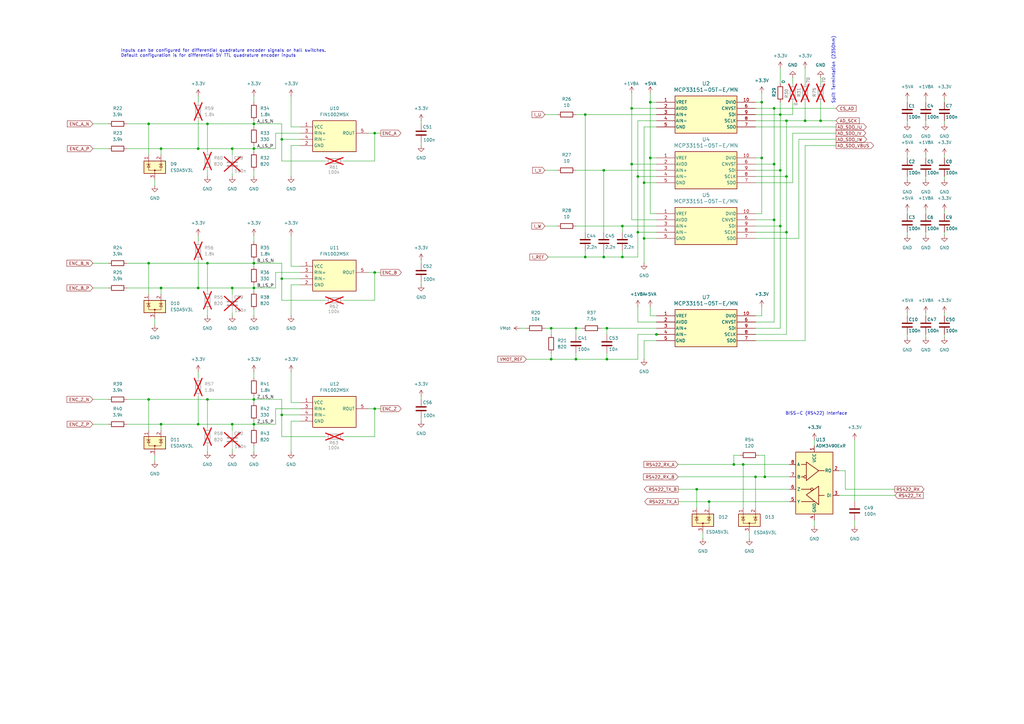
<source format=kicad_sch>
(kicad_sch (version 20250114) (generator "eeschema") (generator_version "9.0")
  (paper "A3")
  (title_block (title "ECMD7 Feedback") (date "2025-10-01") (rev "0,0"))
  (text "BISS-C (RS422) Interface" (at 322.072 169.672 0) (effects (font (size 1.27 1.27)) (justify left)))
  (text "Split Termintation (235Ohm)" (at 341.884 28.702 90) (effects (font (size 1.27 1.27))))
  (text "Inputs can be configured for differential quadrature encoder signals or hall switches.\nDefault configuration is for differential 5V TTL quadrature encoder inputs" (at 49.53 21.844 0) (effects (font (size 1.27 1.27)) (justify left)))
  (junction (at 240.03 46.99))
  (junction (at 261.62 72.39))
  (junction (at 85.09 107.95))
  (junction (at 115.57 170.18))
  (junction (at 95.25 118.11))
  (junction (at 81.28 173.99))
  (junction (at 264.16 97.79))
  (junction (at 259.08 67.31))
  (junction (at 95.25 60.96))
  (junction (at 317.5 90.17))
  (junction (at 320.04 92.71))
  (junction (at 248.92 147.32))
  (junction (at 317.5 67.31))
  (junction (at 266.7 64.77))
  (junction (at 255.27 92.71))
  (junction (at 104.14 107.95))
  (junction (at 104.14 173.99))
  (junction (at 269.24 137.16))
  (junction (at 104.14 118.11))
  (junction (at 85.09 163.83))
  (junction (at 290.83 205.74))
  (junction (at 304.8 190.5))
  (junction (at 312.42 64.77))
  (junction (at 236.22 134.62))
  (junction (at 264.16 74.93))
  (junction (at 95.25 173.99))
  (junction (at 85.09 50.8))
  (junction (at 115.57 57.15))
  (junction (at 240.03 105.41))
  (junction (at 322.58 49.53))
  (junction (at 322.58 72.39))
  (junction (at 115.57 114.3))
  (junction (at 259.08 44.45))
  (junction (at 266.7 41.91))
  (junction (at 153.67 167.64))
  (junction (at 66.04 118.11))
  (junction (at 317.5 44.45))
  (junction (at 320.04 46.99))
  (junction (at 320.04 69.85))
  (junction (at 104.14 163.83))
  (junction (at 312.42 41.91))
  (junction (at 81.28 60.96))
  (junction (at 236.22 147.32))
  (junction (at 309.88 195.58))
  (junction (at 60.96 50.8))
  (junction (at 322.58 95.25))
  (junction (at 153.67 111.76))
  (junction (at 104.14 50.8))
  (junction (at 66.04 173.99))
  (junction (at 226.06 147.32))
  (junction (at 255.27 105.41))
  (junction (at 300.99 190.5))
  (junction (at 153.67 54.61))
  (junction (at 248.92 134.62))
  (junction (at 81.28 118.11))
  (junction (at 60.96 107.95))
  (junction (at 336.55 49.53))
  (junction (at 285.75 200.66))
  (junction (at 330.2 49.53))
  (junction (at 313.69 195.58))
  (junction (at 104.14 60.96))
  (junction (at 247.65 69.85))
  (junction (at 226.06 134.62))
  (junction (at 66.04 60.96))
  (junction (at 261.62 95.25))
  (junction (at 247.65 105.41))
  (junction (at 60.96 163.83))
  (wire (pts (xy 269.24 137.16) (xy 261.62 137.16)))
  (wire (pts (xy 123.19 114.3) (xy 115.57 114.3)))
  (wire (pts (xy 66.04 60.96) (xy 81.28 60.96)))
  (wire (pts (xy 309.88 87.63) (xy 312.42 87.63)))
  (wire (pts (xy 269.24 92.71) (xy 255.27 92.71)))
  (wire (pts (xy 113.03 111.76) (xy 113.03 118.11)))
  (wire (pts (xy 261.62 105.41) (xy 261.62 95.25)))
  (wire (pts (xy 123.19 116.84) (xy 119.38 116.84)))
  (wire (pts (xy 226.06 134.62) (xy 226.06 137.16)))
  (wire (pts (xy 261.62 72.39) (xy 269.24 72.39)))
  (wire (pts (xy 104.14 96.52) (xy 104.14 99.06)))
  (wire (pts (xy 95.25 60.96) (xy 104.14 60.96)))
  (wire (pts (xy 379.73 95.25) (xy 379.73 96.52)))
  (wire (pts (xy 113.03 60.96) (xy 104.14 60.96)))
  (wire (pts (xy 81.28 96.52) (xy 81.28 99.06)))
  (wire (pts (xy 123.19 57.15) (xy 115.57 57.15)))
  (wire (pts (xy 104.14 50.8) (xy 104.14 52.07)))
  (wire (pts (xy 309.88 41.91) (xy 312.42 41.91)))
  (wire (pts (xy 387.35 49.53) (xy 387.35 50.8)))
  (wire (pts (xy 104.14 39.37) (xy 104.14 41.91)))
  (wire (pts (xy 290.83 205.74) (xy 290.83 208.28)))
  (wire (pts (xy 247.65 102.87) (xy 247.65 105.41)))
  (wire (pts (xy 261.62 147.32) (xy 248.92 147.32)))
  (wire (pts (xy 224.79 105.41) (xy 240.03 105.41)))
  (wire (pts (xy 261.62 137.16) (xy 261.62 147.32)))
  (wire (pts (xy 63.5 73.66) (xy 63.5 76.2)))
  (wire (pts (xy 151.13 167.64) (xy 153.67 167.64)))
  (wire (pts (xy 387.35 95.25) (xy 387.35 96.52)))
  (wire (pts (xy 140.97 123.19) (xy 153.67 123.19)))
  (wire (pts (xy 104.14 127) (xy 104.14 129.54)))
  (wire (pts (xy 372.11 128.27) (xy 372.11 129.54)))
  (wire (pts (xy 334.01 213.36) (xy 334.01 215.9)))
  (wire (pts (xy 261.62 49.53) (xy 261.62 72.39)))
  (wire (pts (xy 264.16 97.79) (xy 269.24 97.79)))
  (wire (pts (xy 85.09 69.85) (xy 85.09 72.39)))
  (wire (pts (xy 123.19 52.07) (xy 119.38 52.07)))
  (wire (pts (xy 264.16 97.79) (xy 264.16 107.95)))
  (wire (pts (xy 115.57 114.3) (xy 115.57 107.95)))
  (wire (pts (xy 60.96 163.83) (xy 85.09 163.83)))
  (wire (pts (xy 81.28 49.53) (xy 81.28 60.96)))
  (wire (pts (xy 153.67 167.64) (xy 153.67 179.07)))
  (wire (pts (xy 307.34 218.44) (xy 307.34 220.98)))
  (wire (pts (xy 325.12 46.99) (xy 320.04 46.99)))
  (wire (pts (xy 104.14 162.56) (xy 104.14 163.83)))
  (wire (pts (xy 119.38 152.4) (xy 119.38 165.1)))
  (wire (pts (xy 85.09 163.83) (xy 104.14 163.83)))
  (wire (pts (xy 372.11 49.53) (xy 372.11 50.8)))
  (wire (pts (xy 309.88 134.62) (xy 320.04 134.62)))
  (wire (pts (xy 309.88 195.58) (xy 309.88 208.28)))
  (wire (pts (xy 115.57 66.04) (xy 115.57 57.15)))
  (wire (pts (xy 269.24 49.53) (xy 261.62 49.53)))
  (wire (pts (xy 261.62 72.39) (xy 261.62 95.25)))
  (wire (pts (xy 320.04 92.71) (xy 320.04 69.85)))
  (wire (pts (xy 247.65 69.85) (xy 247.65 95.25)))
  (wire (pts (xy 240.03 46.99) (xy 240.03 95.25)))
  (wire (pts (xy 248.92 144.78) (xy 248.92 147.32)))
  (wire (pts (xy 288.29 218.44) (xy 288.29 220.98)))
  (wire (pts (xy 153.67 111.76) (xy 151.13 111.76)))
  (wire (pts (xy 115.57 123.19) (xy 115.57 114.3)))
  (wire (pts (xy 60.96 107.95) (xy 85.09 107.95)))
  (wire (pts (xy 325.12 41.91) (xy 325.12 46.99)))
  (wire (pts (xy 60.96 50.8) (xy 60.96 63.5)))
  (wire (pts (xy 85.09 127) (xy 85.09 129.54)))
  (wire (pts (xy 379.73 40.64) (xy 379.73 41.91)))
  (wire (pts (xy 379.73 72.39) (xy 379.73 73.66)))
  (wire (pts (xy 248.92 134.62) (xy 248.92 137.16)))
  (wire (pts (xy 119.38 96.52) (xy 119.38 109.22)))
  (wire (pts (xy 52.07 107.95) (xy 60.96 107.95)))
  (wire (pts (xy 309.88 139.7) (xy 330.2 139.7)))
  (wire (pts (xy 322.58 49.53) (xy 330.2 49.53)))
  (wire (pts (xy 104.14 69.85) (xy 104.14 72.39)))
  (wire (pts (xy 379.73 86.36) (xy 379.73 87.63)))
  (wire (pts (xy 387.35 40.64) (xy 387.35 41.91)))
  (wire (pts (xy 303.53 186.69) (xy 300.99 186.69)))
  (wire (pts (xy 85.09 182.88) (xy 85.09 185.42)))
  (wire (pts (xy 330.2 27.94) (xy 330.2 34.29)))
  (wire (pts (xy 255.27 92.71) (xy 255.27 95.25)))
  (wire (pts (xy 60.96 163.83) (xy 60.96 176.53)))
  (wire (pts (xy 379.73 49.53) (xy 379.73 50.8)))
  (wire (pts (xy 379.73 128.27) (xy 379.73 129.54)))
  (wire (pts (xy 270.51 137.16) (xy 269.24 137.16)))
  (wire (pts (xy 66.04 176.53) (xy 66.04 173.99)))
  (wire (pts (xy 81.28 162.56) (xy 81.28 173.99)))
  (wire (pts (xy 156.21 167.64) (xy 153.67 167.64)))
  (wire (pts (xy 387.35 137.16) (xy 387.35 138.43)))
  (wire (pts (xy 320.04 46.99) (xy 309.88 46.99)))
  (wire (pts (xy 372.11 63.5) (xy 372.11 64.77)))
  (wire (pts (xy 379.73 63.5) (xy 379.73 64.77)))
  (wire (pts (xy 123.19 111.76) (xy 113.03 111.76)))
  (wire (pts (xy 104.14 163.83) (xy 115.57 163.83)))
  (wire (pts (xy 387.35 86.36) (xy 387.35 87.63)))
  (wire (pts (xy 330.2 41.91) (xy 330.2 49.53)))
  (wire (pts (xy 95.25 118.11) (xy 95.25 120.65)))
  (wire (pts (xy 300.99 190.5) (xy 304.8 190.5)))
  (wire (pts (xy 104.14 60.96) (xy 104.14 62.23)))
  (wire (pts (xy 119.38 116.84) (xy 119.38 129.54)))
  (wire (pts (xy 259.08 44.45) (xy 269.24 44.45)))
  (wire (pts (xy 236.22 134.62) (xy 226.06 134.62)))
  (wire (pts (xy 123.19 109.22) (xy 119.38 109.22)))
  (wire (pts (xy 133.35 66.04) (xy 115.57 66.04)))
  (wire (pts (xy 172.72 49.53) (xy 172.72 50.8)))
  (wire (pts (xy 266.7 64.77) (xy 266.7 87.63)))
  (wire (pts (xy 172.72 106.68) (xy 172.72 107.95)))
  (wire (pts (xy 153.67 66.04) (xy 153.67 54.61)))
  (wire (pts (xy 269.24 52.07) (xy 264.16 52.07)))
  (wire (pts (xy 320.04 27.94) (xy 320.04 34.29)))
  (wire (pts (xy 223.52 46.99) (xy 228.6 46.99)))
  (wire (pts (xy 115.57 57.15) (xy 115.57 50.8)))
  (wire (pts (xy 309.88 92.71) (xy 320.04 92.71)))
  (wire (pts (xy 223.52 92.71) (xy 228.6 92.71)))
  (wire (pts (xy 172.72 115.57) (xy 172.72 116.84)))
  (wire (pts (xy 153.67 123.19) (xy 153.67 111.76)))
  (wire (pts (xy 278.13 195.58) (xy 309.88 195.58)))
  (wire (pts (xy 322.58 72.39) (xy 322.58 49.53)))
  (wire (pts (xy 278.13 205.74) (xy 290.83 205.74)))
  (wire (pts (xy 330.2 59.69) (xy 342.9 59.69)))
  (wire (pts (xy 52.07 60.96) (xy 66.04 60.96)))
  (wire (pts (xy 309.88 52.07) (xy 342.9 52.07)))
  (wire (pts (xy 85.09 163.83) (xy 85.09 175.26)))
  (wire (pts (xy 38.1 163.83) (xy 44.45 163.83)))
  (wire (pts (xy 104.14 182.88) (xy 104.14 185.42)))
  (wire (pts (xy 66.04 118.11) (xy 81.28 118.11)))
  (wire (pts (xy 327.66 57.15) (xy 342.9 57.15)))
  (wire (pts (xy 66.04 63.5) (xy 66.04 60.96)))
  (wire (pts (xy 81.28 173.99) (xy 95.25 173.99)))
  (wire (pts (xy 38.1 60.96) (xy 44.45 60.96)))
  (wire (pts (xy 312.42 41.91) (xy 312.42 64.77)))
  (wire (pts (xy 266.7 41.91) (xy 269.24 41.91)))
  (wire (pts (xy 317.5 90.17) (xy 309.88 90.17)))
  (wire (pts (xy 115.57 179.07) (xy 115.57 170.18)))
  (wire (pts (xy 300.99 186.69) (xy 300.99 190.5)))
  (wire (pts (xy 63.5 130.81) (xy 63.5 133.35)))
  (wire (pts (xy 330.2 139.7) (xy 330.2 59.69)))
  (wire (pts (xy 38.1 107.95) (xy 44.45 107.95)))
  (wire (pts (xy 226.06 147.32) (xy 236.22 147.32)))
  (wire (pts (xy 259.08 44.45) (xy 259.08 67.31)))
  (wire (pts (xy 215.9 134.62) (xy 213.36 134.62)))
  (wire (pts (xy 336.55 41.91) (xy 336.55 49.53)))
  (wire (pts (xy 312.42 38.1) (xy 312.42 41.91)))
  (wire (pts (xy 264.16 74.93) (xy 264.16 97.79)))
  (wire (pts (xy 266.7 64.77) (xy 269.24 64.77)))
  (wire (pts (xy 309.88 44.45) (xy 317.5 44.45)))
  (wire (pts (xy 290.83 205.74) (xy 323.85 205.74)))
  (wire (pts (xy 372.11 40.64) (xy 372.11 41.91)))
  (wire (pts (xy 313.69 186.69) (xy 313.69 195.58)))
  (wire (pts (xy 95.25 60.96) (xy 95.25 63.5)))
  (wire (pts (xy 247.65 105.41) (xy 255.27 105.41)))
  (wire (pts (xy 387.35 128.27) (xy 387.35 129.54)))
  (wire (pts (xy 264.16 52.07) (xy 264.16 74.93)))
  (wire (pts (xy 264.16 74.93) (xy 269.24 74.93)))
  (wire (pts (xy 309.88 129.54) (xy 312.42 129.54)))
  (wire (pts (xy 52.07 173.99) (xy 66.04 173.99)))
  (wire (pts (xy 285.75 200.66) (xy 285.75 208.28)))
  (wire (pts (xy 140.97 179.07) (xy 153.67 179.07)))
  (wire (pts (xy 261.62 95.25) (xy 269.24 95.25)))
  (wire (pts (xy 248.92 134.62) (xy 269.24 134.62)))
  (wire (pts (xy 336.55 31.75) (xy 336.55 34.29)))
  (wire (pts (xy 113.03 54.61) (xy 113.03 60.96)))
  (wire (pts (xy 81.28 118.11) (xy 95.25 118.11)))
  (wire (pts (xy 38.1 173.99) (xy 44.45 173.99)))
  (wire (pts (xy 81.28 39.37) (xy 81.28 41.91)))
  (wire (pts (xy 81.28 60.96) (xy 95.25 60.96)))
  (wire (pts (xy 81.28 152.4) (xy 81.28 154.94)))
  (wire (pts (xy 309.88 97.79) (xy 327.66 97.79)))
  (wire (pts (xy 104.14 173.99) (xy 104.14 175.26)))
  (wire (pts (xy 104.14 172.72) (xy 104.14 173.99)))
  (wire (pts (xy 285.75 200.66) (xy 323.85 200.66)))
  (wire (pts (xy 236.22 46.99) (xy 240.03 46.99)))
  (wire (pts (xy 119.38 39.37) (xy 119.38 52.07)))
  (wire (pts (xy 66.04 173.99) (xy 81.28 173.99)))
  (wire (pts (xy 223.52 134.62) (xy 226.06 134.62)))
  (wire (pts (xy 104.14 107.95) (xy 115.57 107.95)))
  (wire (pts (xy 327.66 97.79) (xy 327.66 57.15)))
  (wire (pts (xy 95.25 128.27) (xy 95.25 129.54)))
  (wire (pts (xy 344.17 203.2) (xy 367.03 203.2)))
  (wire (pts (xy 81.28 106.68) (xy 81.28 118.11)))
  (wire (pts (xy 104.14 152.4) (xy 104.14 154.94)))
  (wire (pts (xy 264.16 139.7) (xy 269.24 139.7)))
  (wire (pts (xy 330.2 49.53) (xy 336.55 49.53)))
  (wire (pts (xy 123.19 165.1) (xy 119.38 165.1)))
  (wire (pts (xy 153.67 54.61) (xy 151.13 54.61)))
  (wire (pts (xy 309.88 72.39) (xy 322.58 72.39)))
  (wire (pts (xy 309.88 67.31) (xy 317.5 67.31)))
  (wire (pts (xy 264.16 139.7) (xy 264.16 147.32)))
  (wire (pts (xy 95.25 71.12) (xy 95.25 72.39)))
  (wire (pts (xy 85.09 107.95) (xy 85.09 119.38)))
  (wire (pts (xy 223.52 69.85) (xy 228.6 69.85)))
  (wire (pts (xy 113.03 118.11) (xy 104.14 118.11)))
  (wire (pts (xy 240.03 46.99) (xy 269.24 46.99)))
  (wire (pts (xy 236.22 134.62) (xy 236.22 137.16)))
  (wire (pts (xy 255.27 105.41) (xy 261.62 105.41)))
  (wire (pts (xy 63.5 186.69) (xy 63.5 189.23)))
  (wire (pts (xy 346.71 193.04) (xy 344.17 193.04)))
  (wire (pts (xy 309.88 95.25) (xy 322.58 95.25)))
  (wire (pts (xy 104.14 50.8) (xy 115.57 50.8)))
  (wire (pts (xy 313.69 195.58) (xy 323.85 195.58)))
  (wire (pts (xy 38.1 50.8) (xy 44.45 50.8)))
  (wire (pts (xy 104.14 49.53) (xy 104.14 50.8)))
  (wire (pts (xy 320.04 69.85) (xy 320.04 46.99)))
  (wire (pts (xy 311.15 186.69) (xy 313.69 186.69)))
  (wire (pts (xy 309.88 64.77) (xy 312.42 64.77)))
  (wire (pts (xy 60.96 50.8) (xy 85.09 50.8)))
  (wire (pts (xy 123.19 170.18) (xy 115.57 170.18)))
  (wire (pts (xy 309.88 195.58) (xy 313.69 195.58)))
  (wire (pts (xy 119.38 59.69) (xy 119.38 72.39)))
  (wire (pts (xy 247.65 69.85) (xy 269.24 69.85)))
  (wire (pts (xy 269.24 87.63) (xy 266.7 87.63)))
  (wire (pts (xy 38.1 118.11) (xy 44.45 118.11)))
  (wire (pts (xy 309.88 74.93) (xy 325.12 74.93)))
  (wire (pts (xy 123.19 167.64) (xy 113.03 167.64)))
  (wire (pts (xy 261.62 125.73) (xy 261.62 132.08)))
  (wire (pts (xy 320.04 41.91) (xy 320.04 46.99)))
  (wire (pts (xy 104.14 59.69) (xy 104.14 60.96)))
  (wire (pts (xy 336.55 49.53) (xy 342.9 49.53)))
  (wire (pts (xy 52.07 163.83) (xy 60.96 163.83)))
  (wire (pts (xy 350.52 180.34) (xy 350.52 205.74)))
  (wire (pts (xy 95.25 173.99) (xy 104.14 173.99)))
  (wire (pts (xy 104.14 118.11) (xy 104.14 119.38)))
  (wire (pts (xy 240.03 102.87) (xy 240.03 105.41)))
  (wire (pts (xy 236.22 92.71) (xy 255.27 92.71)))
  (wire (pts (xy 259.08 38.1) (xy 259.08 44.45)))
  (wire (pts (xy 325.12 34.29) (xy 325.12 31.75)))
  (wire (pts (xy 278.13 190.5) (xy 300.99 190.5)))
  (wire (pts (xy 52.07 118.11) (xy 66.04 118.11)))
  (wire (pts (xy 304.8 190.5) (xy 304.8 208.28)))
  (wire (pts (xy 317.5 44.45) (xy 342.9 44.45)))
  (wire (pts (xy 317.5 67.31) (xy 317.5 90.17)))
  (wire (pts (xy 140.97 66.04) (xy 153.67 66.04)))
  (wire (pts (xy 278.13 200.66) (xy 285.75 200.66)))
  (wire (pts (xy 95.25 184.15) (xy 95.25 185.42)))
  (wire (pts (xy 379.73 137.16) (xy 379.73 138.43)))
  (wire (pts (xy 104.14 107.95) (xy 104.14 109.22)))
  (wire (pts (xy 113.03 173.99) (xy 104.14 173.99)))
  (wire (pts (xy 156.21 111.76) (xy 153.67 111.76)))
  (wire (pts (xy 266.7 125.73) (xy 266.7 129.54)))
  (wire (pts (xy 259.08 67.31) (xy 259.08 90.17)))
  (wire (pts (xy 119.38 172.72) (xy 119.38 185.42)))
  (wire (pts (xy 172.72 58.42) (xy 172.72 59.69)))
  (wire (pts (xy 322.58 137.16) (xy 322.58 95.25)))
  (wire (pts (xy 172.72 162.56) (xy 172.72 163.83)))
  (wire (pts (xy 350.52 213.36) (xy 350.52 215.9)))
  (wire (pts (xy 261.62 132.08) (xy 269.24 132.08)))
  (wire (pts (xy 387.35 63.5) (xy 387.35 64.77)))
  (wire (pts (xy 215.9 147.32) (xy 226.06 147.32)))
  (wire (pts (xy 95.25 118.11) (xy 104.14 118.11)))
  (wire (pts (xy 304.8 190.5) (xy 323.85 190.5)))
  (wire (pts (xy 133.35 123.19) (xy 115.57 123.19)))
  (wire (pts (xy 123.19 172.72) (xy 119.38 172.72)))
  (wire (pts (xy 52.07 50.8) (xy 60.96 50.8)))
  (wire (pts (xy 238.76 134.62) (xy 236.22 134.62)))
  (wire (pts (xy 85.09 50.8) (xy 85.09 62.23)))
  (wire (pts (xy 236.22 147.32) (xy 248.92 147.32)))
  (wire (pts (xy 236.22 69.85) (xy 247.65 69.85)))
  (wire (pts (xy 123.19 59.69) (xy 119.38 59.69)))
  (wire (pts (xy 60.96 107.95) (xy 60.96 120.65)))
  (wire (pts (xy 372.11 86.36) (xy 372.11 87.63)))
  (wire (pts (xy 104.14 116.84) (xy 104.14 118.11)))
  (wire (pts (xy 66.04 120.65) (xy 66.04 118.11)))
  (wire (pts (xy 95.25 173.99) (xy 95.25 176.53)))
  (wire (pts (xy 236.22 144.78) (xy 236.22 147.32)))
  (wire (pts (xy 309.88 69.85) (xy 320.04 69.85)))
  (wire (pts (xy 317.5 44.45) (xy 317.5 67.31)))
  (wire (pts (xy 266.7 41.91) (xy 266.7 64.77)))
  (wire (pts (xy 172.72 171.45) (xy 172.72 172.72)))
  (wire (pts (xy 156.21 54.61) (xy 153.67 54.61)))
  (wire (pts (xy 322.58 49.53) (xy 309.88 49.53)))
  (wire (pts (xy 133.35 179.07) (xy 115.57 179.07)))
  (wire (pts (xy 104.14 163.83) (xy 104.14 165.1)))
  (wire (pts (xy 312.42 129.54) (xy 312.42 125.73)))
  (wire (pts (xy 334.01 180.34) (xy 334.01 182.88)))
  (wire (pts (xy 325.12 74.93) (xy 325.12 54.61)))
  (wire (pts (xy 104.14 106.68) (xy 104.14 107.95)))
  (wire (pts (xy 85.09 50.8) (xy 104.14 50.8)))
  (wire (pts (xy 269.24 90.17) (xy 259.08 90.17)))
  (wire (pts (xy 240.03 105.41) (xy 247.65 105.41)))
  (wire (pts (xy 246.38 134.62) (xy 248.92 134.62)))
  (wire (pts (xy 113.03 167.64) (xy 113.03 173.99)))
  (wire (pts (xy 372.11 137.16) (xy 372.11 138.43)))
  (wire (pts (xy 309.88 132.08) (xy 317.5 132.08)))
  (wire (pts (xy 85.09 107.95) (xy 104.14 107.95)))
  (wire (pts (xy 346.71 200.66) (xy 346.71 193.04)))
  (wire (pts (xy 372.11 72.39) (xy 372.11 73.66)))
  (wire (pts (xy 322.58 95.25) (xy 322.58 72.39)))
  (wire (pts (xy 259.08 67.31) (xy 269.24 67.31)))
  (wire (pts (xy 317.5 132.08) (xy 317.5 90.17)))
  (wire (pts (xy 255.27 102.87) (xy 255.27 105.41)))
  (wire (pts (xy 309.88 137.16) (xy 322.58 137.16)))
  (wire (pts (xy 320.04 134.62) (xy 320.04 92.71)))
  (wire (pts (xy 123.19 54.61) (xy 113.03 54.61)))
  (wire (pts (xy 226.06 147.32) (xy 226.06 144.78)))
  (wire (pts (xy 312.42 64.77) (xy 312.42 87.63)))
  (wire (pts (xy 372.11 95.25) (xy 372.11 96.52)))
  (wire (pts (xy 115.57 170.18) (xy 115.57 163.83)))
  (wire (pts (xy 387.35 72.39) (xy 387.35 73.66)))
  (wire (pts (xy 266.7 129.54) (xy 269.24 129.54)))
  (wire (pts (xy 325.12 54.61) (xy 342.9 54.61)))
  (wire (pts (xy 367.03 200.66) (xy 346.71 200.66)))
  (wire (pts (xy 266.7 41.91) (xy 266.7 38.1)))
  (label "Z_LS_N" (at 105.41 163.83 0))
  (label "A_LS_P" (at 105.41 60.96 0))
  (label "B_LS_N" (at 105.41 107.95 0))
  (label "B_LS_P" (at 105.41 118.11 0))
  (label "A_LS_N" (at 105.41 50.8 0))
  (label "Z_LS_P" (at 105.41 173.99 0))
  (global_label "ENC_B_P" (shape input) (at 38.1 118.11 180) (property "Intersheetrefs" "${INTERSHEET_REFS}" (effects (hide yes))))
  (global_label "ENC_Z_N" (shape input) (at 38.1 163.83 180) (property "Intersheetrefs" "${INTERSHEET_REFS}" (effects (hide yes))))
  (global_label "ENC_Z_P" (shape input) (at 38.1 173.99 180) (property "Intersheetrefs" "${INTERSHEET_REFS}" (effects (hide yes))))
  (global_label "ENC_B_N" (shape input) (at 38.1 107.95 180) (property "Intersheetrefs" "${INTERSHEET_REFS}" (effects (hide yes))))
  (global_label "ENC_A_P" (shape input) (at 38.1 60.96 180) (property "Intersheetrefs" "${INTERSHEET_REFS}" (effects (hide yes))))
  (global_label "ENC_A_N" (shape input) (at 38.1 50.8 180) (property "Intersheetrefs" "${INTERSHEET_REFS}" (effects (hide yes))))
  (global_label "RS422_RX" (shape output) (at 367.03 200.66 0) (property "Intersheetrefs" "${INTERSHEET_REFS}" (effects (hide yes))))
  (global_label "RS422_TX" (shape input) (at 367.03 203.2 0) (property "Intersheetrefs" "${INTERSHEET_REFS}" (effects (hide yes))))
  (global_label "AD_SDO_VBUS" (shape output) (at 342.9 59.69 0) (property "Intersheetrefs" "${INTERSHEET_REFS}" (effects (hide yes))))
  (global_label "ENC_A" (shape output) (at 156.21 54.61 0) (property "Intersheetrefs" "${INTERSHEET_REFS}" (effects (hide yes))))
  (global_label "ENC_Z" (shape output) (at 156.21 167.64 0) (property "Intersheetrefs" "${INTERSHEET_REFS}" (effects (hide yes))))
  (global_label "ENC_B" (shape output) (at 156.21 111.76 0) (property "Intersheetrefs" "${INTERSHEET_REFS}" (effects (hide yes))))
  (global_label "AD_SCK" (shape input) (at 342.9 49.53 0) (property "Intersheetrefs" "${INTERSHEET_REFS}" (effects (hide yes))))
  (global_label "AD_SDO_IW" (shape output) (at 342.9 57.15 0) (property "Intersheetrefs" "${INTERSHEET_REFS}" (effects (hide yes))))
  (global_label "CS_AD" (shape input) (at 342.9 44.45 0) (property "Intersheetrefs" "${INTERSHEET_REFS}" (effects (hide yes))))
  (global_label "AD_SDO_IV" (shape output) (at 342.9 54.61 0) (property "Intersheetrefs" "${INTERSHEET_REFS}" (effects (hide yes))))
  (global_label "AD_SDO_IU" (shape output) (at 342.9 52.07 0) (property "Intersheetrefs" "${INTERSHEET_REFS}" (effects (hide yes))))
  (global_label "RS422_TX_B" (shape output) (at 278.13 200.66 180) (property "Intersheetrefs" "${INTERSHEET_REFS}" (effects (hide yes))))
  (global_label "RS422_TX_A" (shape output) (at 278.13 205.74 180) (property "Intersheetrefs" "${INTERSHEET_REFS}" (effects (hide yes))))
  (global_label "RS422_RX_A" (shape input) (at 278.13 190.5 180) (property "Intersheetrefs" "${INTERSHEET_REFS}" (effects (hide yes))))
  (global_label "RS422_RX_B" (shape input) (at 278.13 195.58 180) (property "Intersheetrefs" "${INTERSHEET_REFS}" (effects (hide yes))))
  (global_label "VMOT_REF" (shape input) (at 215.9 147.32 180) (property "Intersheetrefs" "${INTERSHEET_REFS}" (effects (hide yes))))
  (global_label "I_REF" (shape input) (at 224.79 105.41 180) (property "Intersheetrefs" "${INTERSHEET_REFS}" (effects (hide yes))))
  (global_label "I_U" (shape input) (at 223.52 46.99 180) (property "Intersheetrefs" "${INTERSHEET_REFS}" (effects (hide yes))))
  (global_label "I_V" (shape input) (at 223.52 69.85 180) (property "Intersheetrefs" "${INTERSHEET_REFS}" (effects (hide yes))))
  (global_label "I_W" (shape input) (at 223.52 92.71 180) (property "Intersheetrefs" "${INTERSHEET_REFS}" (effects (hide yes))))
  (symbol (lib_id "power:+5VA") (at 213.36 134.62 90) (unit 1)
    (property "Reference" "#PWR0102" (effects (hide yes)))
    (property "Value" "VMot" (at 209.55 134.6199 90) (effects (justify left)))
    (property "Description" "Power symbol creates a global label with name \"+5VA\"" (effects (hide yes)))
  )
  (symbol (lib_id "power:+3.3V") (at 119.38 39.37 0) (unit 1)
    (property "Reference" "#PWR063" (effects (hide yes)))
    (property "Value" "+3.3V" (at 119.38 34.29 0))
    (property "Description" "Power symbol creates a global label with name \"+3.3V\"" (effects (hide yes)))
  )
  (symbol (lib_id "power:GND") (at 350.52 215.9 0) (mirror y) (unit 1)
    (property "Reference" "#PWR0151" (effects (hide yes)))
    (property "Value" "GND" (at 350.52 220.98 0))
    (property "Description" "Power symbol creates a global label with name \"GND\" , ground" (effects (hide yes)))
  )
  (symbol (lib_id "Device:R") (at 232.41 92.71 90) (unit 1)
    (property "Reference" "R28" (at 232.41 86.36 90))
    (property "Value" "10" (at 232.41 88.9 90))
    (property "Footprint" "Resistor_SMD:R_0805_2012Metric" (effects (hide yes)))
    (property "Description" "Resistor" (effects (hide yes)))
  )
  (symbol (lib_id "power:GND") (at 372.11 50.8 0) (unit 1)
    (property "Reference" "#PWR05" (effects (hide yes)))
    (property "Value" "GND" (at 372.11 55.88 0))
    (property "Description" "Power symbol creates a global label with name \"GND\" , ground" (effects (hide yes)))
  )
  (symbol (lib_id "power:GND") (at 372.11 73.66 0) (unit 1)
    (property "Reference" "#PWR03" (effects (hide yes)))
    (property "Value" "GND" (at 372.11 78.74 0))
    (property "Description" "Power symbol creates a global label with name \"GND\" , ground" (effects (hide yes)))
  )
  (symbol (lib_id "Device:C") (at 247.65 99.06 0) (unit 1) (exclude_from_sim yes)
    (property "Reference" "C45" (at 248.158 96.774 0) (effects (justify left)))
    (property "Value" "2.2n" (at 248.158 101.346 0) (effects (justify left)))
    (property "Footprint" "Capacitor_SMD:C_0805_2012Metric" (effects (hide yes)))
    (property "Description" "Unpolarized capacitor" (effects (hide yes)))
  )
  (symbol (lib_id "power:GND") (at 264.16 147.32 0) (unit 1)
    (property "Reference" "#PWR068" (effects (hide yes)))
    (property "Value" "GND" (at 264.16 152.4 0))
    (property "Description" "Power symbol creates a global label with name \"GND\" , ground" (effects (hide yes)))
  )
  (symbol (lib_id "power:+5VA") (at 379.73 40.64 0) (unit 1)
    (property "Reference" "#PWR012" (effects (hide yes)))
    (property "Value" "+1V8A" (at 379.73 35.56 0))
    (property "Description" "Power symbol creates a global label with name \"+5VA\"" (effects (hide yes)))
  )
  (symbol (lib_id "Device:R") (at 85.09 179.07 0) (unit 1) (exclude_from_sim yes) (dnp yes)
    (property "Reference" "R58" (at 87.63 177.7999 0) (effects (justify left)))
    (property "Value" "820" (at 87.63 180.3399 0) (effects (justify left)))
    (property "Footprint" "Resistor_SMD:R_0805_2012Metric" (effects (hide yes)))
    (property "Description" "Resistor" (effects (hide yes)))
  )
  (symbol (lib_id "Device:R") (at 104.14 55.88 0) (unit 1)
    (property "Reference" "R33" (at 106.68 54.6099 0) (effects (justify left)))
    (property "Value" "330" (at 106.68 57.1499 0) (effects (justify left)))
    (property "Footprint" "Resistor_SMD:R_0805_2012Metric" (effects (hide yes)))
    (property "Description" "Resistor" (effects (hide yes)))
  )
  (symbol (lib_id "Device:C") (at 387.35 68.58 0) (unit 1) (exclude_from_sim yes)
    (property "Reference" "C8" (at 387.858 66.294 0) (effects (justify left)))
    (property "Value" "100n" (at 387.858 70.866 0) (effects (justify left)))
    (property "Footprint" "Capacitor_SMD:C_0805_2012Metric" (effects (hide yes)))
    (property "Description" "Unpolarized capacitor" (effects (hide yes)))
  )
  (symbol (lib_id "power:GND") (at 119.38 185.42 0) (unit 1)
    (property "Reference" "#PWR0101" (effects (hide yes)))
    (property "Value" "GND" (at 119.38 190.5 0))
    (property "Description" "Power symbol creates a global label with name \"GND\" , ground" (effects (hide yes)))
  )
  (symbol (lib_id "power:+3V3") (at 330.2 27.94 0) (unit 1)
    (property "Reference" "#PWR088" (effects (hide yes)))
    (property "Value" "+3.3V" (at 330.2 22.86 0))
    (property "Description" "Power symbol creates a global label with name \"+3V3\"" (effects (hide yes)))
  )
  (symbol (lib_id "power:GND") (at 63.5 76.2 0) (unit 1) (exclude_from_sim yes)
    (property "Reference" "#PWR0173" (effects (hide yes)))
    (property "Value" "GND" (at 63.5 81.28 0))
    (property "Description" "Power symbol creates a global label with name \"GND\" , ground" (effects (hide yes)))
  )
  (symbol (lib_id "Device:R") (at 219.71 134.62 90) (unit 1) (exclude_from_sim yes)
    (property "Reference" "R20" (at 219.71 128.27 90))
    (property "Value" "10k" (at 219.71 130.81 90))
    (property "Footprint" "Resistor_SMD:R_0805_2012Metric" (effects (hide yes)))
    (property "Description" "Resistor" (effects (hide yes)))
  )
  (symbol (lib_id "Device:R") (at 325.12 38.1 0) (mirror y) (unit 1) (exclude_from_sim yes) (dnp yes)
    (property "Reference" "R30" (at 322.58 38.354 90))
    (property "Value" "0" (at 326.39 42.672 90))
    (property "Footprint" "Resistor_SMD:R_0805_2012Metric" (effects (hide yes)))
    (property "Description" "Resistor" (effects (hide yes)))
  )
  (symbol (lib_id "power:+5VA") (at 379.73 63.5 0) (unit 1)
    (property "Reference" "#PWR014" (effects (hide yes)))
    (property "Value" "+1V8A" (at 379.73 58.42 0))
    (property "Description" "Power symbol creates a global label with name \"+5VA\"" (effects (hide yes)))
  )
  (symbol (lib_id "power:GND") (at 95.25 72.39 0) (unit 1) (exclude_from_sim yes)
    (property "Reference" "#PWR071" (effects (hide yes)))
    (property "Value" "GND" (at 95.25 77.47 0))
    (property "Description" "Power symbol creates a global label with name \"GND\" , ground" (effects (hide yes)))
  )
  (symbol (lib_id "power:GND") (at 334.01 215.9 0) (mirror y) (unit 1)
    (property "Reference" "#PWR0159" (effects (hide yes)))
    (property "Value" "GND" (at 334.01 220.98 0))
    (property "Description" "Power symbol creates a global label with name \"GND\" , ground" (effects (hide yes)))
  )
  (symbol (lib_id "Device:R") (at 104.14 45.72 0) (unit 1)
    (property "Reference" "R34" (at 106.68 44.4499 0) (effects (justify left)))
    (property "Value" "1.8k" (at 106.68 46.9899 0) (effects (justify left)))
    (property "Footprint" "Resistor_SMD:R_0805_2012Metric" (effects (hide yes)))
    (property "Description" "Resistor" (effects (hide yes)))
  )
  (symbol (lib_id "Device:R") (at 104.14 123.19 0) (unit 1) (exclude_from_sim yes)
    (property "Reference" "R38" (at 106.68 121.9199 0) (effects (justify left)))
    (property "Value" "820" (at 106.68 124.4599 0) (effects (justify left)))
    (property "Footprint" "Resistor_SMD:R_0805_2012Metric" (effects (hide yes)))
    (property "Description" "Resistor" (effects (hide yes)))
  )
  (symbol (lib_id "Device:R") (at 48.26 173.99 90) (unit 1) (exclude_from_sim yes)
    (property "Reference" "R40" (at 48.26 167.64 90))
    (property "Value" "3.9k" (at 48.26 170.18 90))
    (property "Footprint" "Resistor_SMD:R_0805_2012Metric" (effects (hide yes)))
    (property "Description" "Resistor" (effects (hide yes)))
  )
  (symbol (lib_id "power:GND") (at 104.14 72.39 0) (unit 1)
    (property "Reference" "#PWR062" (effects (hide yes)))
    (property "Value" "GND" (at 104.14 77.47 0))
    (property "Description" "Power symbol creates a global label with name \"GND\" , ground" (effects (hide yes)))
  )
  (symbol (lib_id "SSTA:FIN1002M5X") (at 123.19 52.07 0) (unit 1)
    (property "Reference" "U10" (at 137.16 44.45 0))
    (property "Value" "FIN1002M5X" (at 137.16 46.99 0))
    (property "Footprint" "Package_TO_SOT_SMD:SOT-23-5" (effects (hide yes)))
    (property "Datasheet" "https://www.onsemi.com/pub/Collateral/FIN1002-D.pdf" (effects (hide yes)))
    (property "Description" "1-bit LVDS reciever, >400 Mbit/s" (effects (hide yes)))
    (property "Height" "1.45" (effects (hide yes)))
    (property "Mouser Part Number" "512-FIN1002M5X" (effects (hide yes)))
    (property "Mouser Price/Stock" "https://www.mouser.co.uk/ProductDetail/onsemi-Fairchild/FIN1002M5X?qs=kvVQGybKvwAF4DtbNzX2kg%3D%3D" (effects (hide yes)))
    (property "Manufacturer_Name" "onsemi" (effects (hide yes)))
    (property "Manufacturer_Part_Number" "FIN1002M5X" (effects (hide yes)))
  )
  (symbol (lib_id "Device:R") (at 104.14 113.03 0) (unit 1) (exclude_from_sim yes)
    (property "Reference" "R36" (at 106.68 111.7599 0) (effects (justify left)))
    (property "Value" "330" (at 106.68 114.2999 0) (effects (justify left)))
    (property "Footprint" "Resistor_SMD:R_0805_2012Metric" (effects (hide yes)))
    (property "Description" "Resistor" (effects (hide yes)))
  )
  (symbol (lib_id "Device:R") (at 104.14 66.04 0) (unit 1)
    (property "Reference" "R32" (at 106.68 64.7699 0) (effects (justify left)))
    (property "Value" "820" (at 106.68 67.3099 0) (effects (justify left)))
    (property "Footprint" "Resistor_SMD:R_0805_2012Metric" (effects (hide yes)))
    (property "Description" "Resistor" (effects (hide yes)))
  )
  (symbol (lib_id "power:GND") (at 63.5 133.35 0) (unit 1) (exclude_from_sim yes)
    (property "Reference" "#PWR0174" (effects (hide yes)))
    (property "Value" "GND" (at 63.5 138.43 0))
    (property "Description" "Power symbol creates a global label with name \"GND\" , ground" (effects (hide yes)))
  )
  (symbol (lib_id "Device:R") (at 81.28 158.75 0) (unit 1) (exclude_from_sim yes) (dnp yes)
    (property "Reference" "R57" (at 83.82 157.4799 0) (effects (justify left)))
    (property "Value" "1.8k" (at 83.82 160.0199 0) (effects (justify left)))
    (property "Footprint" "Resistor_SMD:R_0805_2012Metric" (effects (hide yes)))
    (property "Description" "Resistor" (effects (hide yes)))
  )
  (symbol (lib_id "Device:C") (at 372.11 68.58 0) (unit 1) (exclude_from_sim yes)
    (property "Reference" "C2" (at 372.618 66.294 0) (effects (justify left)))
    (property "Value" "100n" (at 372.618 70.866 0) (effects (justify left)))
    (property "Footprint" "Capacitor_SMD:C_0805_2012Metric" (effects (hide yes)))
    (property "Description" "Unpolarized capacitor" (effects (hide yes)))
  )
  (symbol (lib_id "Device:R") (at 226.06 140.97 0) (unit 1) (exclude_from_sim yes)
    (property "Reference" "R21" (at 228.6 139.6999 0) (effects (justify left)))
    (property "Value" "820" (at 228.6 142.2399 0) (effects (justify left)))
    (property "Footprint" "Resistor_SMD:R_0805_2012Metric" (effects (hide yes)))
    (property "Description" "Resistor" (effects (hide yes)))
  )
  (symbol (lib_id "Device:R") (at 137.16 66.04 90) (unit 1) (dnp yes)
    (property "Reference" "R61" (at 136.906 68.58 90))
    (property "Value" "100k" (at 136.906 70.612 90))
    (property "Footprint" "Resistor_SMD:R_0805_2012Metric" (effects (hide yes)))
    (property "Description" "Resistor" (effects (hide yes)))
  )
  (symbol (lib_id "power:+3.3V") (at 81.28 39.37 0) (unit 1) (exclude_from_sim yes)
    (property "Reference" "#PWR0169" (effects (hide yes)))
    (property "Value" "+3.3V" (at 81.28 34.29 0))
    (property "Description" "Power symbol creates a global label with name \"+3.3V\"" (effects (hide yes)))
  )
  (symbol (lib_id "Power_Protection:ESDA5V3L") (at 63.5 181.61 0) (unit 1)
    (property "Reference" "D11" (at 69.85 180.3399 0) (effects (justify left)))
    (property "Value" "ESDA5V3L" (at 69.85 182.8799 0) (effects (justify left)))
    (property "Footprint" "Package_TO_SOT_SMD:SOT-23-3" (effects (hide yes)))
    (property "Datasheet" "https://www.st.com/resource/en/datasheet/esdal.pdf" (effects (hide yes)))
    (property "Description" "TVS Diode Array, 5.5V Standoff, 2 Channels, SOT23" (effects (hide yes)))
  )
  (symbol (lib_id "power:GND") (at 379.73 138.43 0) (unit 1) (exclude_from_sim yes)
    (property "Reference" "#PWR099" (effects (hide yes)))
    (property "Value" "GND" (at 379.73 143.51 0))
    (property "Description" "Power symbol creates a global label with name \"GND\" , ground" (effects (hide yes)))
  )
  (symbol (lib_id "power:+3.3V") (at 81.28 96.52 0) (unit 1) (exclude_from_sim yes)
    (property "Reference" "#PWR072" (effects (hide yes)))
    (property "Value" "+3.3V" (at 81.28 91.44 0))
    (property "Description" "Power symbol creates a global label with name \"+3.3V\"" (effects (hide yes)))
  )
  (symbol (lib_id "power:+5VA") (at 387.35 63.5 0) (unit 1)
    (property "Reference" "#PWR079" (effects (hide yes)))
    (property "Value" "+3.3V" (at 387.35 58.42 0))
    (property "Description" "Power symbol creates a global label with name \"+5VA\"" (effects (hide yes)))
  )
  (symbol (lib_id "power:GND") (at 95.25 185.42 0) (unit 1) (exclude_from_sim yes)
    (property "Reference" "#PWR0172" (effects (hide yes)))
    (property "Value" "GND" (at 95.25 190.5 0))
    (property "Description" "Power symbol creates a global label with name \"GND\" , ground" (effects (hide yes)))
  )
  (symbol (lib_id "power:+3V3") (at 320.04 27.94 0) (unit 1)
    (property "Reference" "#PWR086" (effects (hide yes)))
    (property "Value" "+3.3V" (at 320.04 22.86 0))
    (property "Description" "Power symbol creates a global label with name \"+3V3\"" (effects (hide yes)))
  )
  (symbol (lib_id "power:+5VA") (at 379.73 86.36 0) (unit 1)
    (property "Reference" "#PWR074" (effects (hide yes)))
    (property "Value" "+1V8A" (at 379.73 81.28 0))
    (property "Description" "Power symbol creates a global label with name \"+5VA\"" (effects (hide yes)))
  )
  (symbol (lib_id "Device:R") (at 81.28 45.72 0) (unit 1) (exclude_from_sim yes) (dnp yes)
    (property "Reference" "R59" (at 83.82 44.4499 0) (effects (justify left)))
    (property "Value" "1.8k" (at 83.82 46.9899 0) (effects (justify left)))
    (property "Footprint" "Resistor_SMD:R_0805_2012Metric" (effects (hide yes)))
    (property "Description" "Resistor" (effects (hide yes)))
  )
  (symbol (lib_id "Device:C") (at 387.35 45.72 0) (unit 1) (exclude_from_sim yes)
    (property "Reference" "C7" (at 387.858 43.434 0) (effects (justify left)))
    (property "Value" "100n" (at 387.858 48.006 0) (effects (justify left)))
    (property "Footprint" "Capacitor_SMD:C_0805_2012Metric" (effects (hide yes)))
    (property "Description" "Unpolarized capacitor" (effects (hide yes)))
  )
  (symbol (lib_id "Device:C") (at 350.52 209.55 0) (unit 1)
    (property "Reference" "C49" (at 354.33 208.28 0) (effects (justify left)))
    (property "Value" "100n" (at 354.33 210.82 0) (effects (justify left)))
    (property "Footprint" "Capacitor_SMD:C_0603_1608Metric" (effects (hide yes)))
    (property "Description" "Unpolarized capacitor" (effects (hide yes)))
    (property "Mouser Part Number" "581-06035C104KAT2A" (effects (hide yes)))
  )
  (symbol (lib_id "Device:C") (at 372.11 91.44 0) (unit 1) (exclude_from_sim yes)
    (property "Reference" "C3" (at 372.618 89.154 0) (effects (justify left)))
    (property "Value" "100n" (at 372.618 93.726 0) (effects (justify left)))
    (property "Footprint" "Capacitor_SMD:C_0805_2012Metric" (effects (hide yes)))
    (property "Description" "Unpolarized capacitor" (effects (hide yes)))
  )
  (symbol (lib_id "Device:C") (at 379.73 68.58 0) (unit 1) (exclude_from_sim yes)
    (property "Reference" "C5" (at 380.238 66.294 0) (effects (justify left)))
    (property "Value" "100n" (at 380.238 70.866 0) (effects (justify left)))
    (property "Footprint" "Capacitor_SMD:C_0805_2012Metric" (effects (hide yes)))
    (property "Description" "Unpolarized capacitor" (effects (hide yes)))
  )
  (symbol (lib_id "SSTA:FIN1002M5X") (at 123.19 165.1 0) (unit 1)
    (property "Reference" "U12" (at 137.16 157.48 0))
    (property "Value" "FIN1002M5X" (at 137.16 160.02 0))
    (property "Footprint" "Package_TO_SOT_SMD:SOT-23-5" (effects (hide yes)))
    (property "Datasheet" "https://www.onsemi.com/pub/Collateral/FIN1002-D.pdf" (effects (hide yes)))
    (property "Description" "1-bit LVDS reciever, >400 Mbit/s" (effects (hide yes)))
    (property "Height" "1.45" (effects (hide yes)))
    (property "Mouser Part Number" "512-FIN1002M5X" (effects (hide yes)))
    (property "Mouser Price/Stock" "https://www.mouser.co.uk/ProductDetail/onsemi-Fairchild/FIN1002M5X?qs=kvVQGybKvwAF4DtbNzX2kg%3D%3D" (effects (hide yes)))
    (property "Manufacturer_Name" "onsemi" (effects (hide yes)))
    (property "Manufacturer_Part_Number" "FIN1002M5X" (effects (hide yes)))
  )
  (symbol (lib_id "Device:R") (at 330.2 38.1 180) (unit 1) (exclude_from_sim yes) (dnp yes)
    (property "Reference" "R31" (at 327.66 37.846 90))
    (property "Value" "470" (at 331.47 33.528 90))
    (property "Footprint" "Resistor_SMD:R_0805_2012Metric" (effects (hide yes)))
    (property "Description" "Resistor" (effects (hide yes)))
  )
  (symbol (lib_id "power:GND") (at 264.16 107.95 0) (unit 1)
    (property "Reference" "#PWR01" (effects (hide yes)))
    (property "Value" "GND" (at 264.16 113.03 0))
    (property "Description" "Power symbol creates a global label with name \"GND\" , ground" (effects (hide yes)))
  )
  (symbol (lib_id "Device:R") (at 48.26 118.11 90) (unit 1) (exclude_from_sim yes)
    (property "Reference" "R25" (at 48.26 111.76 90))
    (property "Value" "3.9k" (at 48.26 114.3 90))
    (property "Footprint" "Resistor_SMD:R_0805_2012Metric" (effects (hide yes)))
    (property "Description" "Resistor" (effects (hide yes)))
  )
  (symbol (lib_id "power:GND") (at 104.14 129.54 0) (unit 1) (exclude_from_sim yes)
    (property "Reference" "#PWR090" (effects (hide yes)))
    (property "Value" "GND" (at 104.14 134.62 0))
    (property "Description" "Power symbol creates a global label with name \"GND\" , ground" (effects (hide yes)))
  )
  (symbol (lib_id "power:+3V3") (at 312.42 125.73 0) (unit 1)
    (property "Reference" "#PWR0110" (effects (hide yes)))
    (property "Value" "+3.3V" (at 312.42 120.65 0))
    (property "Description" "Power symbol creates a global label with name \"+3V3\"" (effects (hide yes)))
  )
  (symbol (lib_id "Device:C") (at 372.11 133.35 0) (unit 1) (exclude_from_sim yes)
    (property "Reference" "C10" (at 372.618 131.064 0) (effects (justify left)))
    (property "Value" "100n" (at 372.618 135.636 0) (effects (justify left)))
    (property "Footprint" "Capacitor_SMD:C_0805_2012Metric" (effects (hide yes)))
    (property "Description" "Unpolarized capacitor" (effects (hide yes)))
  )
  (symbol (lib_id "power:+5VA") (at 266.7 125.73 0) (unit 1)
    (property "Reference" "#PWR091" (effects (hide yes)))
    (property "Value" "+5VA" (at 266.7 120.65 0))
    (property "Description" "Power symbol creates a global label with name \"+5VA\"" (effects (hide yes)))
  )
  (symbol (lib_id "Device:R") (at 104.14 102.87 0) (unit 1) (exclude_from_sim yes)
    (property "Reference" "R35" (at 106.68 101.5999 0) (effects (justify left)))
    (property "Value" "1.8k" (at 106.68 104.1399 0) (effects (justify left)))
    (property "Footprint" "Resistor_SMD:R_0805_2012Metric" (effects (hide yes)))
    (property "Description" "Resistor" (effects (hide yes)))
  )
  (symbol (lib_id "SSTA:MCP33151-05T-E_MN") (at 269.24 41.91 0) (unit 1)
    (property "Reference" "U2" (at 289.56 34.29 0) (effects (font (size 1.524 1.524))))
    (property "Value" "MCP33151-05T-E/MN" (at 289.56 36.83 0) (effects (font (size 1.524 1.524))))
    (property "Footprint" "SSTA:TDFN10_MN_MCH" (effects (hide yes)))
    (property "Datasheet" "https://ww1.microchip.com/downloads/aemDocuments/documents/MSLD/ProductDocuments/DataSheets/MCP3315141-Data-Sheet-DS20006220.pdf" (effects (hide yes)))
    (property "Description" "500kS/s-1MS/s single channel ADC" (effects (hide yes)))
  )
  (symbol (lib_id "power:+3V3") (at 312.42 38.1 0) (unit 1)
    (property "Reference" "#PWR076" (effects (hide yes)))
    (property "Value" "+3.3V" (at 312.42 33.02 0))
    (property "Description" "Power symbol creates a global label with name \"+3V3\"" (effects (hide yes)))
  )
  (symbol (lib_id "power:GND") (at 172.72 59.69 0) (mirror y) (unit 1) (exclude_from_sim yes)
    (property "Reference" "#PWR0153" (effects (hide yes)))
    (property "Value" "GND" (at 172.72 64.77 0))
    (property "Description" "Power symbol creates a global label with name \"GND\" , ground" (effects (hide yes)))
  )
  (symbol (lib_id "power:+5VA") (at 266.7 38.1 0) (unit 1)
    (property "Reference" "#PWR09" (effects (hide yes)))
    (property "Value" "+5VA" (at 266.7 34.29 0))
    (property "Description" "Power symbol creates a global label with name \"+5VA\"" (effects (hide yes)))
  )
  (symbol (lib_id "Device:R") (at 137.16 123.19 90) (unit 1) (dnp yes)
    (property "Reference" "R62" (at 136.906 125.73 90))
    (property "Value" "100k" (at 136.906 127.762 90))
    (property "Footprint" "Resistor_SMD:R_0805_2012Metric" (effects (hide yes)))
    (property "Description" "Resistor" (effects (hide yes)))
  )
  (symbol (lib_id "power:+3.3V") (at 104.14 39.37 0) (unit 1)
    (property "Reference" "#PWR057" (effects (hide yes)))
    (property "Value" "+3.3V" (at 104.14 34.29 0))
    (property "Description" "Power symbol creates a global label with name \"+3.3V\"" (effects (hide yes)))
  )
  (symbol (lib_id "power:+3.3V") (at 104.14 152.4 0) (unit 1)
    (property "Reference" "#PWR0100" (effects (hide yes)))
    (property "Value" "+3.3V" (at 104.14 147.32 0))
    (property "Description" "Power symbol creates a global label with name \"+3.3V\"" (effects (hide yes)))
  )
  (symbol (lib_id "Device:C") (at 172.72 167.64 0) (mirror y) (unit 1) (exclude_from_sim yes)
    (property "Reference" "C56" (at 177.292 165.1 0) (effects (justify left)))
    (property "Value" "100n" (at 178.562 170.434 0) (effects (justify left)))
    (property "Footprint" "Capacitor_SMD:C_0805_2012Metric" (effects (hide yes)))
    (property "Description" "Unpolarized capacitor" (effects (hide yes)))
  )
  (symbol (lib_id "Power_Protection:ESDA5V3L") (at 307.34 213.36 0) (unit 1)
    (property "Reference" "D13" (at 313.69 212.0899 0) (effects (justify left)))
    (property "Value" "ESDA5V3L" (at 309.118 218.44 0) (effects (justify left)))
    (property "Footprint" "Package_TO_SOT_SMD:SOT-23-3" (effects (hide yes)))
    (property "Datasheet" "https://www.st.com/resource/en/datasheet/esdal.pdf" (effects (hide yes)))
    (property "Description" "TVS Diode Array, 5.5V Standoff, 2 Channels, SOT23" (effects (hide yes)))
  )
  (symbol (lib_id "Device:C") (at 255.27 99.06 0) (unit 1) (exclude_from_sim yes)
    (property "Reference" "C46" (at 255.778 96.774 0) (effects (justify left)))
    (property "Value" "2.2n" (at 255.778 101.346 0) (effects (justify left)))
    (property "Footprint" "Capacitor_SMD:C_0805_2012Metric" (effects (hide yes)))
    (property "Description" "Unpolarized capacitor" (effects (hide yes)))
  )
  (symbol (lib_id "power:GND") (at 172.72 116.84 0) (mirror y) (unit 1) (exclude_from_sim yes)
    (property "Reference" "#PWR0155" (effects (hide yes)))
    (property "Value" "GND" (at 172.72 121.92 0))
    (property "Description" "Power symbol creates a global label with name \"GND\" , ground" (effects (hide yes)))
  )
  (symbol (lib_id "Device:R") (at 104.14 158.75 0) (unit 1) (exclude_from_sim yes)
    (property "Reference" "R41" (at 106.68 157.4799 0) (effects (justify left)))
    (property "Value" "1.8k" (at 106.68 160.0199 0) (effects (justify left)))
    (property "Footprint" "Resistor_SMD:R_0805_2012Metric" (effects (hide yes)))
    (property "Description" "Resistor" (effects (hide yes)))
  )
  (symbol (lib_id "power:GND") (at 172.72 172.72 0) (mirror y) (unit 1) (exclude_from_sim yes)
    (property "Reference" "#PWR0157" (effects (hide yes)))
    (property "Value" "GND" (at 172.72 177.8 0))
    (property "Description" "Power symbol creates a global label with name \"GND\" , ground" (effects (hide yes)))
  )
  (symbol (lib_id "Device:R") (at 336.55 38.1 180) (unit 1) (exclude_from_sim yes) (dnp yes)
    (property "Reference" "R75" (at 334.01 37.846 90))
    (property "Value" "470" (at 337.82 33.528 90))
    (property "Footprint" "Resistor_SMD:R_0805_2012Metric" (effects (hide yes)))
    (property "Description" "Resistor" (effects (hide yes)))
  )
  (symbol (lib_id "Device:C") (at 95.25 67.31 0) (mirror y) (unit 1) (exclude_from_sim yes) (dnp yes)
    (property "Reference" "C58" (at 99.822 64.77 0) (effects (justify left)))
    (property "Value" "100n" (at 101.092 70.104 0) (effects (justify left)))
    (property "Footprint" "Capacitor_SMD:C_0805_2012Metric" (effects (hide yes)))
    (property "Description" "Unpolarized capacitor" (effects (hide yes)))
  )
  (symbol (lib_id "SSTA:FIN1002M5X") (at 123.19 109.22 0) (unit 1)
    (property "Reference" "U11" (at 137.16 101.6 0))
    (property "Value" "FIN1002M5X" (at 137.16 104.14 0))
    (property "Footprint" "Package_TO_SOT_SMD:SOT-23-5" (effects (hide yes)))
    (property "Datasheet" "https://www.onsemi.com/pub/Collateral/FIN1002-D.pdf" (effects (hide yes)))
    (property "Description" "1-bit LVDS reciever, >400 Mbit/s" (effects (hide yes)))
    (property "Height" "1.45" (effects (hide yes)))
    (property "Mouser Part Number" "512-FIN1002M5X" (effects (hide yes)))
    (property "Mouser Price/Stock" "https://www.mouser.co.uk/ProductDetail/onsemi-Fairchild/FIN1002M5X?qs=kvVQGybKvwAF4DtbNzX2kg%3D%3D" (effects (hide yes)))
    (property "Manufacturer_Name" "onsemi" (effects (hide yes)))
    (property "Manufacturer_Part_Number" "FIN1002M5X" (effects (hide yes)))
  )
  (symbol (lib_id "power:+5VA") (at 372.11 128.27 0) (unit 1) (exclude_from_sim yes)
    (property "Reference" "#PWR092" (effects (hide yes)))
    (property "Value" "+5VA" (at 372.11 123.19 0))
    (property "Description" "Power symbol creates a global label with name \"+5VA\"" (effects (hide yes)))
  )
  (symbol (lib_id "Device:R") (at 81.28 102.87 0) (unit 1) (exclude_from_sim yes) (dnp yes)
    (property "Reference" "R56" (at 83.82 101.5999 0) (effects (justify left)))
    (property "Value" "1.8k" (at 83.82 104.1399 0) (effects (justify left)))
    (property "Footprint" "Resistor_SMD:R_0805_2012Metric" (effects (hide yes)))
    (property "Description" "Resistor" (effects (hide yes)))
  )
  (symbol (lib_id "Interface_UART:ADM3490ExR") (at 334.01 198.12 0) (mirror y) (unit 1)
    (property "Reference" "U13" (at 334.5941 180.34 0) (effects (justify right)))
    (property "Value" "ADM3490ExR" (at 334.5941 182.88 0) (effects (justify right)))
    (property "Footprint" "Package_SO:SOIC-8_3.9x4.9mm_P1.27mm" (effects (hide yes)))
    (property "Datasheet" "https://www.analog.com/media/en/technical-documentation/data-sheets/ADM3483E_3486E_3488E_3490E_3491E.pdf" (effects (hide yes)))
    (property "Description" "RS-485, RS-422 full duplex 12 Mbps transceiver, SOIC-8" (effects (hide yes)))
    (property "Mouser Part Number" "584-ADM3490EARZ" (effects (hide yes)))
  )
  (symbol (lib_id "power:+5VA") (at 387.35 128.27 0) (unit 1) (exclude_from_sim yes)
    (property "Reference" "#PWR0104" (effects (hide yes)))
    (property "Value" "+3.3V" (at 387.35 123.19 0))
    (property "Description" "Power symbol creates a global label with name \"+5VA\"" (effects (hide yes)))
  )
  (symbol (lib_id "Device:R") (at 85.09 123.19 0) (unit 1) (exclude_from_sim yes) (dnp yes)
    (property "Reference" "R55" (at 87.63 121.9199 0) (effects (justify left)))
    (property "Value" "820" (at 87.63 124.4599 0) (effects (justify left)))
    (property "Footprint" "Resistor_SMD:R_0805_2012Metric" (effects (hide yes)))
    (property "Description" "Resistor" (effects (hide yes)))
  )
  (symbol (lib_id "power:+3.3V") (at 119.38 152.4 0) (unit 1)
    (property "Reference" "#PWR0167" (effects (hide yes)))
    (property "Value" "+3.3V" (at 119.38 147.32 0))
    (property "Description" "Power symbol creates a global label with name \"+3.3V\"" (effects (hide yes)))
  )
  (symbol (lib_id "Device:C") (at 379.73 91.44 0) (unit 1) (exclude_from_sim yes)
    (property "Reference" "C6" (at 380.238 89.154 0) (effects (justify left)))
    (property "Value" "100n" (at 380.238 93.726 0) (effects (justify left)))
    (property "Footprint" "Capacitor_SMD:C_0805_2012Metric" (effects (hide yes)))
    (property "Description" "Unpolarized capacitor" (effects (hide yes)))
  )
  (symbol (lib_id "Device:R") (at 232.41 69.85 90) (unit 1)
    (property "Reference" "R27" (at 232.41 63.5 90))
    (property "Value" "10" (at 232.41 66.04 90))
    (property "Footprint" "Resistor_SMD:R_0805_2012Metric" (effects (hide yes)))
    (property "Description" "Resistor" (effects (hide yes)))
  )
  (symbol (lib_id "power:+5VA") (at 387.35 40.64 0) (unit 1)
    (property "Reference" "#PWR077" (effects (hide yes)))
    (property "Value" "+3.3V" (at 387.35 35.56 0))
    (property "Description" "Power symbol creates a global label with name \"+5VA\"" (effects (hide yes)))
  )
  (symbol (lib_id "power:GND") (at 95.25 129.54 0) (unit 1) (exclude_from_sim yes)
    (property "Reference" "#PWR0171" (effects (hide yes)))
    (property "Value" "GND" (at 95.25 134.62 0))
    (property "Description" "Power symbol creates a global label with name \"GND\" , ground" (effects (hide yes)))
  )
  (symbol (lib_id "Power_Protection:ESDA5V3L") (at 63.5 125.73 0) (unit 1)
    (property "Reference" "D10" (at 69.85 124.4599 0) (effects (justify left)))
    (property "Value" "ESDA5V3L" (at 69.85 126.9999 0) (effects (justify left)))
    (property "Footprint" "Package_TO_SOT_SMD:SOT-23-3" (effects (hide yes)))
    (property "Datasheet" "https://www.st.com/resource/en/datasheet/esdal.pdf" (effects (hide yes)))
    (property "Description" "TVS Diode Array, 5.5V Standoff, 2 Channels, SOT23" (effects (hide yes)))
  )
  (symbol (lib_id "power:+3.3V") (at 172.72 106.68 0) (unit 1)
    (property "Reference" "#PWR0154" (effects (hide yes)))
    (property "Value" "+3.3V" (at 172.72 101.6 0))
    (property "Description" "Power symbol creates a global label with name \"+3.3V\"" (effects (hide yes)))
  )
  (symbol (lib_id "power:GND") (at 119.38 72.39 0) (unit 1)
    (property "Reference" "#PWR064" (effects (hide yes)))
    (property "Value" "GND" (at 119.38 77.47 0))
    (property "Description" "Power symbol creates a global label with name \"GND\" , ground" (effects (hide yes)))
  )
  (symbol (lib_id "power:+5VA") (at 259.08 38.1 0) (unit 1)
    (property "Reference" "#PWR011" (effects (hide yes)))
    (property "Value" "+1V8A" (at 258.826 34.29 0))
    (property "Description" "Power symbol creates a global label with name \"+5VA\"" (effects (hide yes)))
  )
  (symbol (lib_id "Device:R") (at 320.04 38.1 180) (unit 1) (exclude_from_sim yes)
    (property "Reference" "R29" (at 317.5 37.846 90))
    (property "Value" "0" (at 321.31 33.528 90))
    (property "Footprint" "Resistor_SMD:R_0805_2012Metric" (effects (hide yes)))
    (property "Description" "Resistor" (effects (hide yes)))
  )
  (symbol (lib_id "Device:R") (at 85.09 66.04 0) (unit 1) (exclude_from_sim yes) (dnp yes)
    (property "Reference" "R60" (at 87.63 64.7699 0) (effects (justify left)))
    (property "Value" "820" (at 87.63 67.3099 0) (effects (justify left)))
    (property "Footprint" "Resistor_SMD:R_0805_2012Metric" (effects (hide yes)))
    (property "Description" "Resistor" (effects (hide yes)))
  )
  (symbol (lib_id "Power_Protection:ESDA5V3L") (at 63.5 68.58 0) (unit 1)
    (property "Reference" "D9" (at 69.85 67.3099 0) (effects (justify left)))
    (property "Value" "ESDA5V3L" (at 69.85 69.8499 0) (effects (justify left)))
    (property "Footprint" "Package_TO_SOT_SMD:SOT-23-3" (effects (hide yes)))
    (property "Datasheet" "https://www.st.com/resource/en/datasheet/esdal.pdf" (effects (hide yes)))
    (property "Description" "TVS Diode Array, 5.5V Standoff, 2 Channels, SOT23" (effects (hide yes)))
  )
  (symbol (lib_id "power:GND") (at 336.55 31.75 0) (mirror x) (unit 1)
    (property "Reference" "#PWR0215" (effects (hide yes)))
    (property "Value" "GND" (at 336.55 26.67 0))
    (property "Description" "Power symbol creates a global label with name \"GND\" , ground" (effects (hide yes)))
  )
  (symbol (lib_id "power:+5VA") (at 372.11 63.5 0) (unit 1)
    (property "Reference" "#PWR02" (effects (hide yes)))
    (property "Value" "+5VA" (at 372.11 58.42 0))
    (property "Description" "Power symbol creates a global label with name \"+5VA\"" (effects (hide yes)))
  )
  (symbol (lib_id "Device:R") (at 48.26 60.96 90) (unit 1)
    (property "Reference" "R23" (at 48.26 54.61 90))
    (property "Value" "3.9k" (at 48.26 57.15 90))
    (property "Footprint" "Resistor_SMD:R_0805_2012Metric" (effects (hide yes)))
    (property "Description" "Resistor" (effects (hide yes)))
  )
  (symbol (lib_id "power:+5VA") (at 261.62 125.73 0) (unit 1)
    (property "Reference" "#PWR089" (effects (hide yes)))
    (property "Value" "+1V8A" (at 261.62 120.65 0))
    (property "Description" "Power symbol creates a global label with name \"+5VA\"" (effects (hide yes)))
  )
  (symbol (lib_id "power:GND") (at 85.09 185.42 0) (unit 1) (exclude_from_sim yes)
    (property "Reference" "#PWR0168" (effects (hide yes)))
    (property "Value" "GND" (at 85.09 190.5 0))
    (property "Description" "Power symbol creates a global label with name \"GND\" , ground" (effects (hide yes)))
  )
  (symbol (lib_id "Device:C") (at 172.72 111.76 0) (mirror y) (unit 1) (exclude_from_sim yes)
    (property "Reference" "C52" (at 177.292 109.22 0) (effects (justify left)))
    (property "Value" "100n" (at 178.562 114.554 0) (effects (justify left)))
    (property "Footprint" "Capacitor_SMD:C_0805_2012Metric" (effects (hide yes)))
    (property "Description" "Unpolarized capacitor" (effects (hide yes)))
  )
  (symbol (lib_id "Device:R") (at 104.14 168.91 0) (unit 1) (exclude_from_sim yes)
    (property "Reference" "R42" (at 106.68 167.6399 0) (effects (justify left)))
    (property "Value" "330" (at 106.68 170.1799 0) (effects (justify left)))
    (property "Footprint" "Resistor_SMD:R_0805_2012Metric" (effects (hide yes)))
    (property "Description" "Resistor" (effects (hide yes)))
  )
  (symbol (lib_id "power:GND") (at 379.73 50.8 0) (unit 1)
    (property "Reference" "#PWR013" (effects (hide yes)))
    (property "Value" "GND" (at 379.73 55.88 0))
    (property "Description" "Power symbol creates a global label with name \"GND\" , ground" (effects (hide yes)))
  )
  (symbol (lib_id "Power_Protection:ESDA5V3L") (at 288.29 213.36 0) (unit 1)
    (property "Reference" "D12" (at 294.64 212.0899 0) (effects (justify left)))
    (property "Value" "ESDA5V3L" (at 289.56 218.186 0) (effects (justify left)))
    (property "Footprint" "Package_TO_SOT_SMD:SOT-23-3" (effects (hide yes)))
    (property "Datasheet" "https://www.st.com/resource/en/datasheet/esdal.pdf" (effects (hide yes)))
    (property "Description" "TVS Diode Array, 5.5V Standoff, 2 Channels, SOT23" (effects (hide yes)))
  )
  (symbol (lib_id "power:+3.3V") (at 172.72 162.56 0) (unit 1)
    (property "Reference" "#PWR0156" (effects (hide yes)))
    (property "Value" "+3.3V" (at 172.72 157.48 0))
    (property "Description" "Power symbol creates a global label with name \"+3.3V\"" (effects (hide yes)))
  )
  (symbol (lib_id "Device:C") (at 240.03 99.06 0) (unit 1) (exclude_from_sim yes)
    (property "Reference" "C44" (at 240.538 96.774 0) (effects (justify left)))
    (property "Value" "2.2n" (at 240.538 101.346 0) (effects (justify left)))
    (property "Footprint" "Capacitor_SMD:C_0805_2012Metric" (effects (hide yes)))
    (property "Description" "Unpolarized capacitor" (effects (hide yes)))
  )
  (symbol (lib_id "Device:C") (at 387.35 133.35 0) (unit 1) (exclude_from_sim yes)
    (property "Reference" "C50" (at 387.858 131.064 0) (effects (justify left)))
    (property "Value" "100n" (at 387.858 135.636 0) (effects (justify left)))
    (property "Footprint" "Capacitor_SMD:C_0805_2012Metric" (effects (hide yes)))
    (property "Description" "Unpolarized capacitor" (effects (hide yes)))
  )
  (symbol (lib_id "SSTA:MCP33151-05T-E_MN") (at 269.24 64.77 0) (unit 1)
    (property "Reference" "U4" (at 289.56 57.15 0) (effects (font (size 1.524 1.524))))
    (property "Value" "MCP33151-05T-E/MN" (at 289.56 59.69 0) (effects (font (size 1.524 1.524))))
    (property "Footprint" "SSTA:TDFN10_MN_MCH" (effects (hide yes)))
    (property "Datasheet" "https://ww1.microchip.com/downloads/aemDocuments/documents/MSLD/ProductDocuments/DataSheets/MCP3315141-Data-Sheet-DS20006220.pdf" (effects (hide yes)))
    (property "Description" "500kS/s-1MS/s single channel ADC" (effects (hide yes)))
  )
  (symbol (lib_id "power:GND") (at 119.38 129.54 0) (unit 1)
    (property "Reference" "#PWR095" (effects (hide yes)))
    (property "Value" "GND" (at 119.38 134.62 0))
    (property "Description" "Power symbol creates a global label with name \"GND\" , ground" (effects (hide yes)))
  )
  (symbol (lib_id "power:GND") (at 288.29 220.98 0) (unit 1) (exclude_from_sim yes)
    (property "Reference" "#PWR0176" (effects (hide yes)))
    (property "Value" "GND" (at 288.29 226.06 0))
    (property "Description" "Power symbol creates a global label with name \"GND\" , ground" (effects (hide yes)))
  )
  (symbol (lib_id "Device:R") (at 137.16 179.07 90) (unit 1) (dnp yes)
    (property "Reference" "R63" (at 136.906 181.61 90))
    (property "Value" "100k" (at 136.906 183.642 90))
    (property "Footprint" "Resistor_SMD:R_0805_2012Metric" (effects (hide yes)))
    (property "Description" "Resistor" (effects (hide yes)))
  )
  (symbol (lib_id "power:GND") (at 85.09 129.54 0) (unit 1) (exclude_from_sim yes)
    (property "Reference" "#PWR0165" (effects (hide yes)))
    (property "Value" "GND" (at 85.09 134.62 0))
    (property "Description" "Power symbol creates a global label with name \"GND\" , ground" (effects (hide yes)))
  )
  (symbol (lib_id "power:GND") (at 372.11 138.43 0) (unit 1) (exclude_from_sim yes)
    (property "Reference" "#PWR093" (effects (hide yes)))
    (property "Value" "GND" (at 372.11 143.51 0))
    (property "Description" "Power symbol creates a global label with name \"GND\" , ground" (effects (hide yes)))
  )
  (symbol (lib_id "power:GND") (at 387.35 138.43 0) (unit 1) (exclude_from_sim yes)
    (property "Reference" "#PWR0105" (effects (hide yes)))
    (property "Value" "GND" (at 387.35 143.51 0))
    (property "Description" "Power symbol creates a global label with name \"GND\" , ground" (effects (hide yes)))
  )
  (symbol (lib_id "Device:R") (at 307.34 186.69 90) (unit 1) (exclude_from_sim yes)
    (property "Reference" "R54" (at 307.34 180.34 90))
    (property "Value" "120" (at 307.34 182.88 90))
    (property "Footprint" "Resistor_SMD:R_0805_2012Metric" (effects (hide yes)))
    (property "Description" "Resistor" (effects (hide yes)))
  )
  (symbol (lib_id "power:GND") (at 85.09 72.39 0) (unit 1) (exclude_from_sim yes)
    (property "Reference" "#PWR0170" (effects (hide yes)))
    (property "Value" "GND" (at 85.09 77.47 0))
    (property "Description" "Power symbol creates a global label with name \"GND\" , ground" (effects (hide yes)))
  )
  (symbol (lib_id "power:GND") (at 372.11 96.52 0) (unit 1)
    (property "Reference" "#PWR06" (effects (hide yes)))
    (property "Value" "GND" (at 372.11 101.6 0))
    (property "Description" "Power symbol creates a global label with name \"GND\" , ground" (effects (hide yes)))
  )
  (symbol (lib_id "SSTA:MCP33151-05T-E_MN") (at 269.24 129.54 0) (unit 1)
    (property "Reference" "U7" (at 289.56 121.92 0) (effects (font (size 1.524 1.524))))
    (property "Value" "MCP33151-05T-E/MN" (at 289.56 124.46 0) (effects (font (size 1.524 1.524))))
    (property "Footprint" "SSTA:TDFN10_MN_MCH" (effects (hide yes)))
    (property "Datasheet" "https://ww1.microchip.com/downloads/aemDocuments/documents/MSLD/ProductDocuments/DataSheets/MCP3315141-Data-Sheet-DS20006220.pdf" (effects (hide yes)))
    (property "Description" "500kS/s-1MS/s single channel ADC" (effects (hide yes)))
  )
  (symbol (lib_id "Device:R") (at 232.41 46.99 90) (unit 1)
    (property "Reference" "R26" (at 232.41 40.64 90))
    (property "Value" "10" (at 232.41 43.18 90))
    (property "Footprint" "Resistor_SMD:R_0805_2012Metric" (effects (hide yes)))
    (property "Description" "Resistor" (effects (hide yes)))
  )
  (symbol (lib_id "Device:C") (at 379.73 45.72 0) (unit 1) (exclude_from_sim yes)
    (property "Reference" "C4" (at 380.238 43.434 0) (effects (justify left)))
    (property "Value" "100n" (at 380.238 48.006 0) (effects (justify left)))
    (property "Footprint" "Capacitor_SMD:C_0805_2012Metric" (effects (hide yes)))
    (property "Description" "Unpolarized capacitor" (effects (hide yes)))
  )
  (symbol (lib_id "power:+5VA") (at 372.11 86.36 0) (unit 1)
    (property "Reference" "#PWR04" (effects (hide yes)))
    (property "Value" "+5VA" (at 372.11 81.28 0))
    (property "Description" "Power symbol creates a global label with name \"+5VA\"" (effects (hide yes)))
  )
  (symbol (lib_id "power:+3.3V") (at 334.01 180.34 0) (unit 1)
    (property "Reference" "#PWR0158" (effects (hide yes)))
    (property "Value" "+3.3V" (at 334.01 175.26 0))
    (property "Description" "Power symbol creates a global label with name \"+3.3V\"" (effects (hide yes)))
  )
  (symbol (lib_id "power:GND") (at 307.34 220.98 0) (unit 1) (exclude_from_sim yes)
    (property "Reference" "#PWR0177" (effects (hide yes)))
    (property "Value" "GND" (at 307.34 226.06 0))
    (property "Description" "Power symbol creates a global label with name \"GND\" , ground" (effects (hide yes)))
  )
  (symbol (lib_id "power:GND") (at 379.73 96.52 0) (unit 1)
    (property "Reference" "#PWR075" (effects (hide yes)))
    (property "Value" "GND" (at 379.73 101.6 0))
    (property "Description" "Power symbol creates a global label with name \"GND\" , ground" (effects (hide yes)))
  )
  (symbol (lib_id "power:+3.3V") (at 81.28 152.4 0) (unit 1) (exclude_from_sim yes)
    (property "Reference" "#PWR096" (effects (hide yes)))
    (property "Value" "+3.3V" (at 81.28 147.32 0))
    (property "Description" "Power symbol creates a global label with name \"+3.3V\"" (effects (hide yes)))
  )
  (symbol (lib_id "Device:R") (at 104.14 179.07 0) (unit 1) (exclude_from_sim yes)
    (property "Reference" "R43" (at 106.68 177.7999 0) (effects (justify left)))
    (property "Value" "820" (at 106.68 180.3399 0) (effects (justify left)))
    (property "Footprint" "Resistor_SMD:R_0805_2012Metric" (effects (hide yes)))
    (property "Description" "Resistor" (effects (hide yes)))
  )
  (symbol (lib_id "power:GND") (at 387.35 73.66 0) (unit 1)
    (property "Reference" "#PWR080" (effects (hide yes)))
    (property "Value" "GND" (at 387.35 78.74 0))
    (property "Description" "Power symbol creates a global label with name \"GND\" , ground" (effects (hide yes)))
  )
  (symbol (lib_id "Device:C") (at 248.92 140.97 0) (unit 1) (exclude_from_sim yes)
    (property "Reference" "C53" (at 249.682 138.684 0) (effects (justify left)))
    (property "Value" "10n" (at 249.682 143.256 0) (effects (justify left)))
    (property "Footprint" "Capacitor_SMD:C_0805_2012Metric" (effects (hide yes)))
    (property "Description" "Unpolarized capacitor" (effects (hide yes)))
  )
  (symbol (lib_id "power:GND") (at 63.5 189.23 0) (unit 1) (exclude_from_sim yes)
    (property "Reference" "#PWR0175" (effects (hide yes)))
    (property "Value" "GND" (at 63.5 194.31 0))
    (property "Description" "Power symbol creates a global label with name \"GND\" , ground" (effects (hide yes)))
  )
  (symbol (lib_id "Device:C") (at 379.73 133.35 0) (unit 1) (exclude_from_sim yes)
    (property "Reference" "C47" (at 380.238 131.064 0) (effects (justify left)))
    (property "Value" "100n" (at 380.238 135.636 0) (effects (justify left)))
    (property "Footprint" "Capacitor_SMD:C_0805_2012Metric" (effects (hide yes)))
    (property "Description" "Unpolarized capacitor" (effects (hide yes)))
  )
  (symbol (lib_id "power:GND") (at 387.35 50.8 0) (unit 1)
    (property "Reference" "#PWR078" (effects (hide yes)))
    (property "Value" "GND" (at 387.35 55.88 0))
    (property "Description" "Power symbol creates a global label with name \"GND\" , ground" (effects (hide yes)))
  )
  (symbol (lib_id "Device:R") (at 242.57 134.62 90) (unit 1) (exclude_from_sim yes)
    (property "Reference" "R37" (at 242.57 128.27 90))
    (property "Value" "7.5k" (at 242.57 130.81 90))
    (property "Footprint" "Resistor_SMD:R_0805_2012Metric" (effects (hide yes)))
    (property "Description" "Resistor" (effects (hide yes)))
  )
  (symbol (lib_id "power:GND") (at 325.12 31.75 0) (mirror x) (unit 1)
    (property "Reference" "#PWR087" (effects (hide yes)))
    (property "Value" "GND" (at 325.12 26.67 0))
    (property "Description" "Power symbol creates a global label with name \"GND\" , ground" (effects (hide yes)))
  )
  (symbol (lib_id "Device:C") (at 95.25 180.34 0) (mirror y) (unit 1) (exclude_from_sim yes) (dnp yes)
    (property "Reference" "C60" (at 99.822 177.8 0) (effects (justify left)))
    (property "Value" "100n" (at 101.092 183.134 0) (effects (justify left)))
    (property "Footprint" "Capacitor_SMD:C_0805_2012Metric" (effects (hide yes)))
    (property "Description" "Unpolarized capacitor" (effects (hide yes)))
  )
  (symbol (lib_id "power:GND") (at 379.73 73.66 0) (unit 1)
    (property "Reference" "#PWR073" (effects (hide yes)))
    (property "Value" "GND" (at 379.73 78.74 0))
    (property "Description" "Power symbol creates a global label with name \"GND\" , ground" (effects (hide yes)))
  )
  (symbol (lib_id "SSTA:MCP33151-05T-E_MN") (at 269.24 87.63 0) (unit 1)
    (property "Reference" "U5" (at 289.56 80.01 0) (effects (font (size 1.524 1.524))))
    (property "Value" "MCP33151-05T-E/MN" (at 289.56 82.55 0) (effects (font (size 1.524 1.524))))
    (property "Footprint" "SSTA:TDFN10_MN_MCH" (effects (hide yes)))
    (property "Datasheet" "https://ww1.microchip.com/downloads/aemDocuments/documents/MSLD/ProductDocuments/DataSheets/MCP3315141-Data-Sheet-DS20006220.pdf" (effects (hide yes)))
    (property "Description" "500kS/s-1MS/s single channel ADC" (effects (hide yes)))
  )
  (symbol (lib_id "power:GND") (at 387.35 96.52 0) (unit 1)
    (property "Reference" "#PWR082" (effects (hide yes)))
    (property "Value" "GND" (at 387.35 101.6 0))
    (property "Description" "Power symbol creates a global label with name \"GND\" , ground" (effects (hide yes)))
  )
  (symbol (lib_id "power:+5VA") (at 372.11 40.64 0) (unit 1)
    (property "Reference" "#PWR017" (effects (hide yes)))
    (property "Value" "+5VA" (at 372.11 35.56 0))
    (property "Description" "Power symbol creates a global label with name \"+5VA\"" (effects (hide yes)))
  )
  (symbol (lib_id "power:+3.3V") (at 350.52 180.34 0) (unit 1)
    (property "Reference" "#PWR0150" (effects (hide yes)))
    (property "Value" "+3.3V" (at 350.52 175.26 0))
    (property "Description" "Power symbol creates a global label with name \"+3.3V\"" (effects (hide yes)))
  )
  (symbol (lib_id "Device:C") (at 95.25 124.46 0) (mirror y) (unit 1) (exclude_from_sim yes) (dnp yes)
    (property "Reference" "C59" (at 99.822 121.92 0) (effects (justify left)))
    (property "Value" "100n" (at 101.092 127.254 0) (effects (justify left)))
    (property "Footprint" "Capacitor_SMD:C_0805_2012Metric" (effects (hide yes)))
    (property "Description" "Unpolarized capacitor" (effects (hide yes)))
  )
  (symbol (lib_id "Device:C") (at 372.11 45.72 0) (unit 1) (exclude_from_sim yes)
    (property "Reference" "C1" (at 372.618 43.434 0) (effects (justify left)))
    (property "Value" "100n" (at 372.618 48.006 0) (effects (justify left)))
    (property "Footprint" "Capacitor_SMD:C_0805_2012Metric" (effects (hide yes)))
    (property "Description" "Unpolarized capacitor" (effects (hide yes)))
  )
  (symbol (lib_id "Device:C") (at 236.22 140.97 0) (unit 1) (exclude_from_sim yes)
    (property "Reference" "C41" (at 236.982 138.684 0) (effects (justify left)))
    (property "Value" "100n" (at 236.982 143.256 0) (effects (justify left)))
    (property "Footprint" "Capacitor_SMD:C_0805_2012Metric" (effects (hide yes)))
    (property "Description" "Unpolarized capacitor" (effects (hide yes)))
  )
  (symbol (lib_id "Device:R") (at 48.26 163.83 90) (unit 1) (exclude_from_sim yes)
    (property "Reference" "R39" (at 48.26 157.48 90))
    (property "Value" "3.9k" (at 48.26 160.02 90))
    (property "Footprint" "Resistor_SMD:R_0805_2012Metric" (effects (hide yes)))
    (property "Description" "Resistor" (effects (hide yes)))
  )
  (symbol (lib_id "Device:R") (at 48.26 107.95 90) (unit 1) (exclude_from_sim yes)
    (property "Reference" "R24" (at 48.26 101.6 90))
    (property "Value" "3.9k" (at 48.26 104.14 90))
    (property "Footprint" "Resistor_SMD:R_0805_2012Metric" (effects (hide yes)))
    (property "Description" "Resistor" (effects (hide yes)))
  )
  (symbol (lib_id "Device:C") (at 172.72 54.61 0) (mirror y) (unit 1) (exclude_from_sim yes)
    (property "Reference" "C51" (at 177.292 52.07 0) (effects (justify left)))
    (property "Value" "100n" (at 178.562 57.404 0) (effects (justify left)))
    (property "Footprint" "Capacitor_SMD:C_0805_2012Metric" (effects (hide yes)))
    (property "Description" "Unpolarized capacitor" (effects (hide yes)))
  )
  (symbol (lib_id "power:+3.3V") (at 172.72 49.53 0) (unit 1)
    (property "Reference" "#PWR0152" (effects (hide yes)))
    (property "Value" "+3.3V" (at 172.72 44.45 0))
    (property "Description" "Power symbol creates a global label with name \"+3.3V\"" (effects (hide yes)))
  )
  (symbol (lib_id "power:+5VA") (at 379.73 128.27 0) (unit 1) (exclude_from_sim yes)
    (property "Reference" "#PWR098" (effects (hide yes)))
    (property "Value" "+1V8A" (at 379.73 123.19 0))
    (property "Description" "Power symbol creates a global label with name \"+5VA\"" (effects (hide yes)))
  )
  (symbol (lib_id "power:+3.3V") (at 104.14 96.52 0) (unit 1)
    (property "Reference" "#PWR094" (effects (hide yes)))
    (property "Value" "+3.3V" (at 104.14 91.44 0))
    (property "Description" "Power symbol creates a global label with name \"+3.3V\"" (effects (hide yes)))
  )
  (symbol (lib_id "Device:C") (at 387.35 91.44 0) (unit 1) (exclude_from_sim yes)
    (property "Reference" "C9" (at 387.858 89.154 0) (effects (justify left)))
    (property "Value" "100n" (at 387.858 93.726 0) (effects (justify left)))
    (property "Footprint" "Capacitor_SMD:C_0805_2012Metric" (effects (hide yes)))
    (property "Description" "Unpolarized capacitor" (effects (hide yes)))
  )
  (symbol (lib_id "power:+3.3V") (at 119.38 96.52 0) (unit 1)
    (property "Reference" "#PWR0166" (effects (hide yes)))
    (property "Value" "+3.3V" (at 119.38 91.44 0))
    (property "Description" "Power symbol creates a global label with name \"+3.3V\"" (effects (hide yes)))
  )
  (symbol (lib_id "Device:R") (at 48.26 50.8 90) (unit 1)
    (property "Reference" "R22" (at 48.26 44.45 90))
    (property "Value" "3.9k" (at 48.26 46.99 90))
    (property "Footprint" "Resistor_SMD:R_0805_2012Metric" (effects (hide yes)))
    (property "Description" "Resistor" (effects (hide yes)))
  )
  (symbol (lib_id "power:GND") (at 104.14 185.42 0) (unit 1) (exclude_from_sim yes)
    (property "Reference" "#PWR097" (effects (hide yes)))
    (property "Value" "GND" (at 104.14 190.5 0))
    (property "Description" "Power symbol creates a global label with name \"GND\" , ground" (effects (hide yes)))
  )
  (symbol (lib_id "power:+5VA") (at 387.35 86.36 0) (unit 1)
    (property "Reference" "#PWR081" (effects (hide yes)))
    (property "Value" "+3.3V" (at 387.35 81.28 0))
    (property "Description" "Power symbol creates a global label with name \"+5VA\"" (effects (hide yes)))
  )
)
</source>
